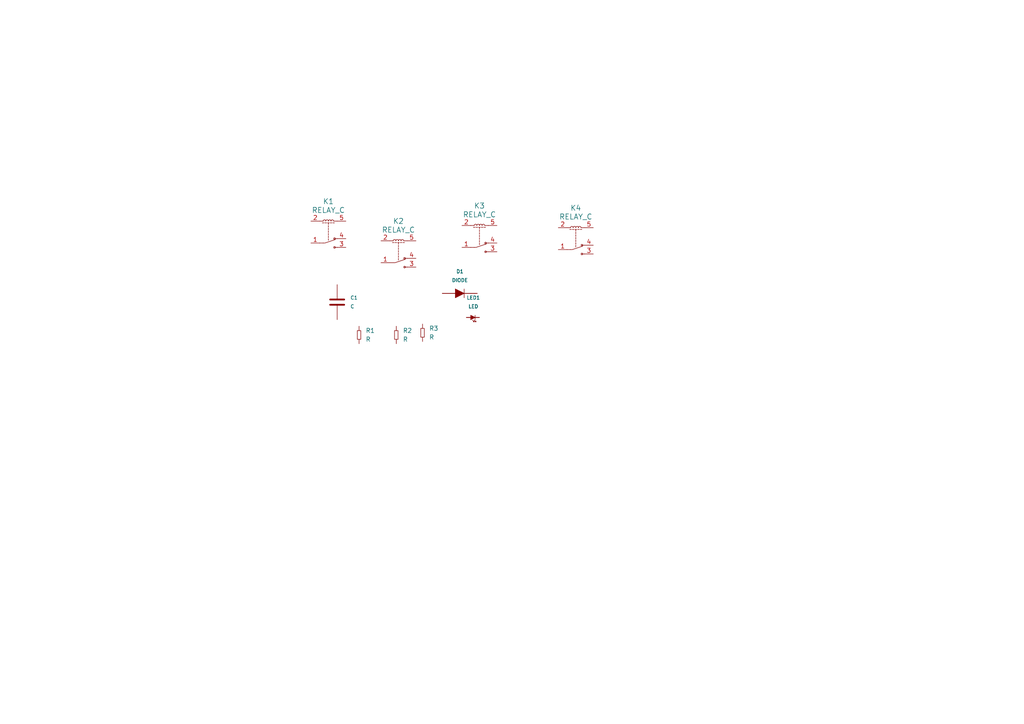
<source format=kicad_sch>
(kicad_sch (version 20231120) (generator "eeschema") (generator_version "8.0")
  (paper "A4")
  (lib_symbols
    (symbol "EESTN5:C" (pin_numbers hide) (pin_names (offset 0.254))
      (property "Reference" "C" (at 0 2.54 0))
      (property "Value" "C" (at 0.1524 -2.159 0))
      (symbol "C_0_1"
        (polyline (pts (xy -2.032 -0.762) (xy 2.032 -0.762)) (stroke (width 0.508)))
        (polyline (pts (xy -2.032 0.762) (xy 2.032 0.762)) (stroke (width 0.508)))
      )
      (symbol "C_1_1"
        (pin passive line (at 0 5.08 270) (length 4.318) (name "~") (number "1"))
        (pin passive line (at 0 -5.08 90) (length 4.318) (name "~") (number "2"))
      )
    )
    (symbol "EESTN5:DIODE" (pin_numbers hide) (pin_names (offset 1.016) hide)
      (property "Reference" "D" (at 0 2.54 0))
      (property "Value" "DIODE" (at 0 -2.54 0))
      (symbol "DIODE_0_1"
        (polyline (pts (xy -1.27 1.27) (xy -1.27 -1.27)))
        (polyline (pts (xy 1.27 1.27) (xy 1.27 -1.27)) (stroke (width 0.1524)))
        (polyline (pts (xy -1.27 1.27) (xy 1.27 0) (xy -1.27 -1.27)) (fill (type outline)))
      )
      (symbol "DIODE_1_1"
        (pin passive line (at -5.08 0 0) (length 3.81) (name "A") (number "1"))
        (pin passive line (at 5.08 0 180) (length 3.81) (name "K") (number "2"))
      )
    )
    (symbol "EESTN5:LED" (pin_numbers hide) (pin_names (offset 1.016) hide)
      (property "Reference" "LED" (at 0 2.54 0))
      (property "Value" "LED" (at 0 -2.54 0))
      (symbol "LED_0_1"
        (polyline (pts (xy 0 -0.635) (xy 1.27 0)))
        (polyline (pts (xy 0.508 -0.762) (xy 1.016 -1.27) (xy 1.016 -1.27)))
        (polyline (pts (xy 1.016 -0.762) (xy 1.524 -1.27) (xy 1.524 -1.27)))
        (polyline (pts (xy 1.27 -0.635) (xy 1.27 0.635) (xy 1.27 0.635)))
        (polyline (pts (xy 1.27 0) (xy 0 0.635) (xy 0 -0.635) (xy 0 -0.635)) (fill (type outline)))
        (polyline (pts (xy 1.524 -1.27) (xy 1.27 -1.27) (xy 1.524 -1.016) (xy 1.524 -1.27) (xy 1.524 -1.27)) (fill (type outline)))
        (polyline (pts (xy 1.016 -1.27) (xy 0.762 -1.27) (xy 1.016 -1.016) (xy 1.016 -1.27) (xy 1.016 -1.27) (xy 1.016 -1.27)) (fill (type outline)))
      )
      (symbol "LED_1_1"
        (pin passive line (at -1.27 0 0) (length 1.27) (name "A") (number "1"))
        (pin passive line (at 2.54 0 180) (length 1.27) (name "K") (number "2"))
      )
    )
    (symbol "EESTN5:R" (pin_numbers hide) (pin_names (offset 0))
      (property "Reference" "R" (at -1.27 0 90))
      (property "Value" "R" (at 1.27 0 90))
      (symbol "R_0_1"
        (rectangle (start 0.508 1.27) (end -0.508 -1.27))
      )
      (symbol "R_1_1"
        (pin passive line (at 0 2.54 270) (length 1.27) (name "~") (number "1"))
        (pin passive line (at 0 -2.54 90) (length 1.27) (name "~") (number "2"))
      )
    )
    (symbol "EESTN5:RELAY_C" (pin_names (offset 1.016))
      (property "Reference" "K" (at 0 6.35 0))
      (property "Value" "RELAY_C" (at 0 -5.969 0))
      (symbol "RELAY_C_0_1"
        (arc (start -0.762 3.81) (mid -1.143 4.1894) (end -1.524 3.81))
        (polyline (pts (xy -1.778 3.302) (xy -1.27 3.302) (xy -1.27 3.302)))
        (polyline (pts (xy -1.524 -2.54) (xy -2.54 -2.54) (xy -2.54 -2.54)))
        (polyline (pts (xy -1.524 3.81) (xy -2.54 3.81) (xy -2.54 3.81)))
        (polyline (pts (xy -1.016 3.302) (xy -0.508 3.302) (xy -0.508 3.302)))
        (polyline (pts (xy -0.254 3.302) (xy 0.254 3.302) (xy 0.254 3.302)))
        (polyline (pts (xy 0 -1.27) (xy 0 -1.778) (xy 0 -1.778)))
        (polyline (pts (xy 0 -0.508) (xy 0 -1.016) (xy 0 -1.016)))
        (polyline (pts (xy 0 0.254) (xy 0 -0.254) (xy 0 -0.254)))
        (polyline (pts (xy 0 1.016) (xy 0 0.508) (xy 0 0.508)))
        (polyline (pts (xy 0 1.778) (xy 0 1.27) (xy 0 1.27)))
        (polyline (pts (xy 0 2.54) (xy 0 2.032) (xy 0 2.032)))
        (polyline (pts (xy 0 3.302) (xy 0 2.794) (xy 0 2.794)))
        (polyline (pts (xy 0.508 3.302) (xy 1.016 3.302) (xy 1.016 3.302)))
        (polyline (pts (xy 1.27 3.302) (xy 1.778 3.302) (xy 1.778 3.302)))
        (polyline (pts (xy 1.524 3.81) (xy 2.54 3.81) (xy 2.54 3.81)))
        (polyline (pts (xy 2.54 -3.81) (xy 1.778 -3.81) (xy 1.778 -3.81)))
        (polyline (pts (xy 2.54 -1.27) (xy 1.778 -1.27) (xy 1.778 -1.27)))
        (polyline (pts (xy -1.524 -2.54) (xy -1.016 -2.54) (xy 2.032 -1.524) (xy 2.032 -1.524)))
        (arc (start 0 3.81) (mid -0.381 4.1894) (end -0.762 3.81))
        (arc (start 0.762 3.81) (mid 0.381 4.1894) (end 0 3.81))
        (arc (start 1.524 3.81) (mid 1.143 4.1894) (end 0.762 3.81))
        (circle (center 1.778 -3.81) (radius 0.254))
        (circle (center 1.778 -1.27) (radius 0.254))
      )
      (symbol "RELAY_C_1_1"
        (pin passive line (at -5.08 -2.54 0) (length 2.54) (name "~") (number "1"))
        (pin passive line (at -5.08 3.81 0) (length 2.54) (name "~") (number "2"))
        (pin passive line (at 5.08 -3.81 180) (length 2.54) (name "~") (number "3"))
        (pin passive line (at 5.08 -1.27 180) (length 2.54) (name "~") (number "4"))
        (pin passive line (at 5.08 3.81 180) (length 2.54) (name "~") (number "5"))
      )
    )
  )
  (symbol (lib_id "EESTN5:C") (at 97.79 87.63 0) (unit 1)
    (property "Reference" "C1" (at 101.6 86.3599 0) (effects (font (size 1.016 1.016)) (justify left)))
    (property "Value" "C" (at 101.6 88.8999 0) (effects (font (size 1.016 1.016)) (justify left)))
  )
  (symbol (lib_id "EESTN5:DIODE") (at 133.35 85.09 0) (unit 1)
    (property "Reference" "D1" (at 133.3881 78.74 0) (effects (font (size 1.016 1.016))))
    (property "Value" "DIODE" (at 133.3881 81.28 0) (effects (font (size 1.016 1.016))))
  )
  (symbol (lib_id "EESTN5:RELAY_C") (at 139.065 69.215 0) (unit 1)
    (property "Reference" "K3" (at 139.065 59.69 0) (effects (font (size 1.524 1.524))))
    (property "Value" "RELAY_C" (at 139.065 62.23 0) (effects (font (size 1.524 1.524))))
  )
  (symbol (lib_id "EESTN5:RELAY_C") (at 95.25 67.945 0) (unit 1)
    (property "Reference" "K1" (at 95.25 58.42 0) (effects (font (size 1.524 1.524))))
    (property "Value" "RELAY_C" (at 95.25 60.96 0) (effects (font (size 1.524 1.524))))
  )
  (symbol (lib_id "EESTN5:R") (at 104.14 97.155 0) (unit 1)
    (property "Reference" "R1" (at 106.045 95.8849 0) (effects (justify left)))
    (property "Value" "R" (at 106.045 98.4249 0) (effects (justify left)))
    (property "Description" "Resistor" (effects (hide yes)))
  )
  (symbol (lib_id "EESTN5:RELAY_C") (at 115.57 73.66 0) (unit 1)
    (property "Reference" "K2" (at 115.57 64.135 0) (effects (font (size 1.524 1.524))))
    (property "Value" "RELAY_C" (at 115.57 66.675 0) (effects (font (size 1.524 1.524))))
  )
  (symbol (lib_id "EESTN5:R") (at 122.555 96.52 0) (unit 1)
    (property "Reference" "R3" (at 124.46 95.2499 0) (effects (justify left)))
    (property "Value" "R" (at 124.46 97.7899 0) (effects (justify left)))
    (property "Description" "Resistor" (effects (hide yes)))
  )
  (symbol (lib_id "EESTN5:R") (at 114.935 97.155 0) (unit 1)
    (property "Reference" "R2" (at 116.84 95.8849 0) (effects (justify left)))
    (property "Value" "R" (at 116.84 98.4249 0) (effects (justify left)))
    (property "Description" "Resistor" (effects (hide yes)))
  )
  (symbol (lib_id "EESTN5:RELAY_C") (at 167.005 69.85 0) (unit 1)
    (property "Reference" "K4" (at 167.005 60.325 0) (effects (font (size 1.524 1.524))))
    (property "Value" "RELAY_C" (at 167.005 62.865 0) (effects (font (size 1.524 1.524))))
  )
  (symbol (lib_id "EESTN5:LED") (at 136.525 92.075 0) (unit 1)
    (property "Reference" "LED1" (at 137.287 86.36 0) (effects (font (size 1.016 1.016))))
    (property "Value" "LED" (at 137.287 88.9 0) (effects (font (size 1.016 1.016))))
  )
)
</source>
